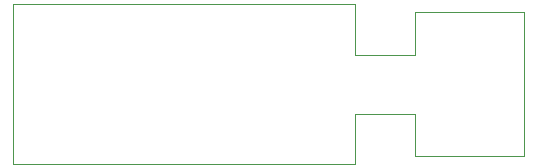
<source format=gm1>
G04*
G04 #@! TF.GenerationSoftware,Altium Limited,Altium Designer,22.10.1 (41)*
G04*
G04 Layer_Color=16711935*
%FSLAX25Y25*%
%MOIN*%
G70*
G04*
G04 #@! TF.SameCoordinates,35FDAC58-FA5E-4571-A4AC-5025684A0D72*
G04*
G04*
G04 #@! TF.FilePolarity,Positive*
G04*
G01*
G75*
%ADD24C,0.00100*%
D24*
X-19685Y-26575D02*
Y-9843D01*
X0D01*
Y-24000D02*
Y-9843D01*
X-19685Y9843D02*
Y26575D01*
Y9843D02*
X0D01*
Y24000D01*
X-133858Y-26575D02*
X-19685D01*
X-133858Y26575D02*
X-19685D01*
X-133858Y-26575D02*
Y26575D01*
X0Y24000D02*
X36500D01*
Y-24000D02*
Y24000D01*
X0Y-24000D02*
X36500D01*
M02*

</source>
